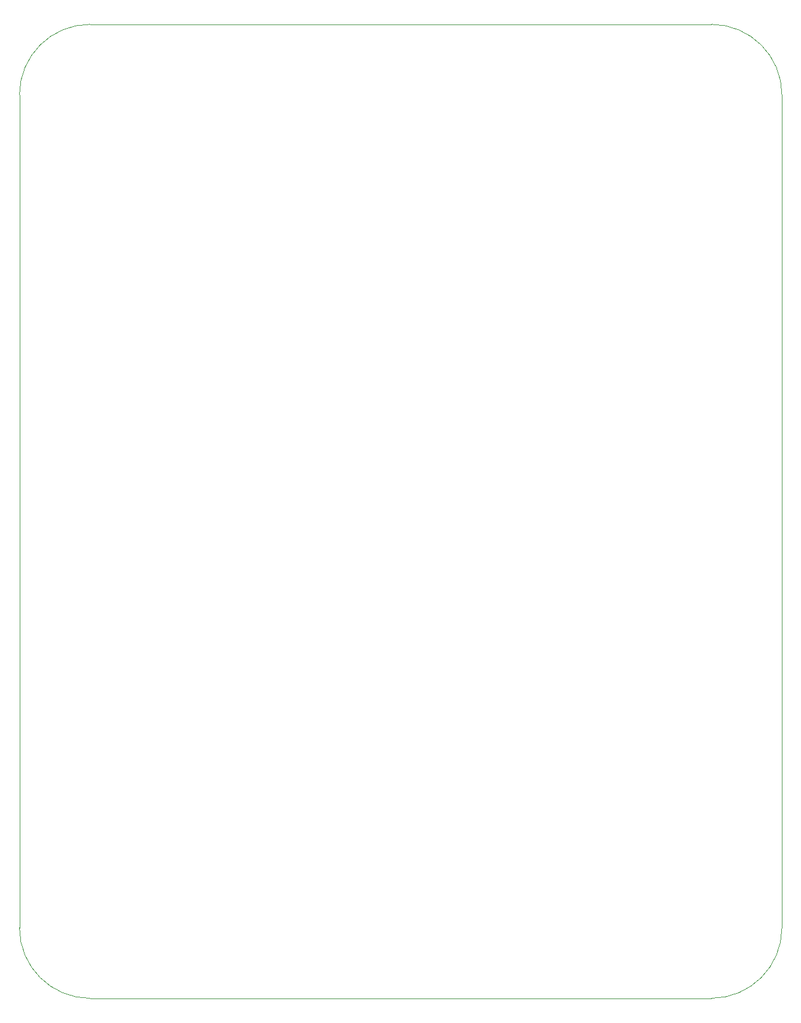
<source format=gbr>
%TF.GenerationSoftware,KiCad,Pcbnew,7.0.2*%
%TF.CreationDate,2024-02-29T19:16:00+01:00*%
%TF.ProjectId,carte actionneur,63617274-6520-4616-9374-696f6e6e6575,rev?*%
%TF.SameCoordinates,Original*%
%TF.FileFunction,Profile,NP*%
%FSLAX46Y46*%
G04 Gerber Fmt 4.6, Leading zero omitted, Abs format (unit mm)*
G04 Created by KiCad (PCBNEW 7.0.2) date 2024-02-29 19:16:00*
%MOMM*%
%LPD*%
G01*
G04 APERTURE LIST*
%TA.AperFunction,Profile*%
%ADD10C,0.100000*%
%TD*%
G04 APERTURE END LIST*
D10*
X199000000Y-177000000D02*
X111000000Y-177000000D01*
X209000000Y-49000000D02*
X209000000Y-167000000D01*
X111000000Y-39000000D02*
X199000000Y-39000000D01*
X101000000Y-167000000D02*
X101000000Y-49000000D01*
X111000000Y-39000000D02*
G75*
G03*
X101000000Y-49000000I0J-10000000D01*
G01*
X101000000Y-167000000D02*
G75*
G03*
X111000000Y-177000000I10000000J0D01*
G01*
X199000000Y-177000000D02*
G75*
G03*
X209000000Y-167000000I0J10000000D01*
G01*
X209000000Y-49000000D02*
G75*
G03*
X199000000Y-39000000I-10000000J0D01*
G01*
M02*

</source>
